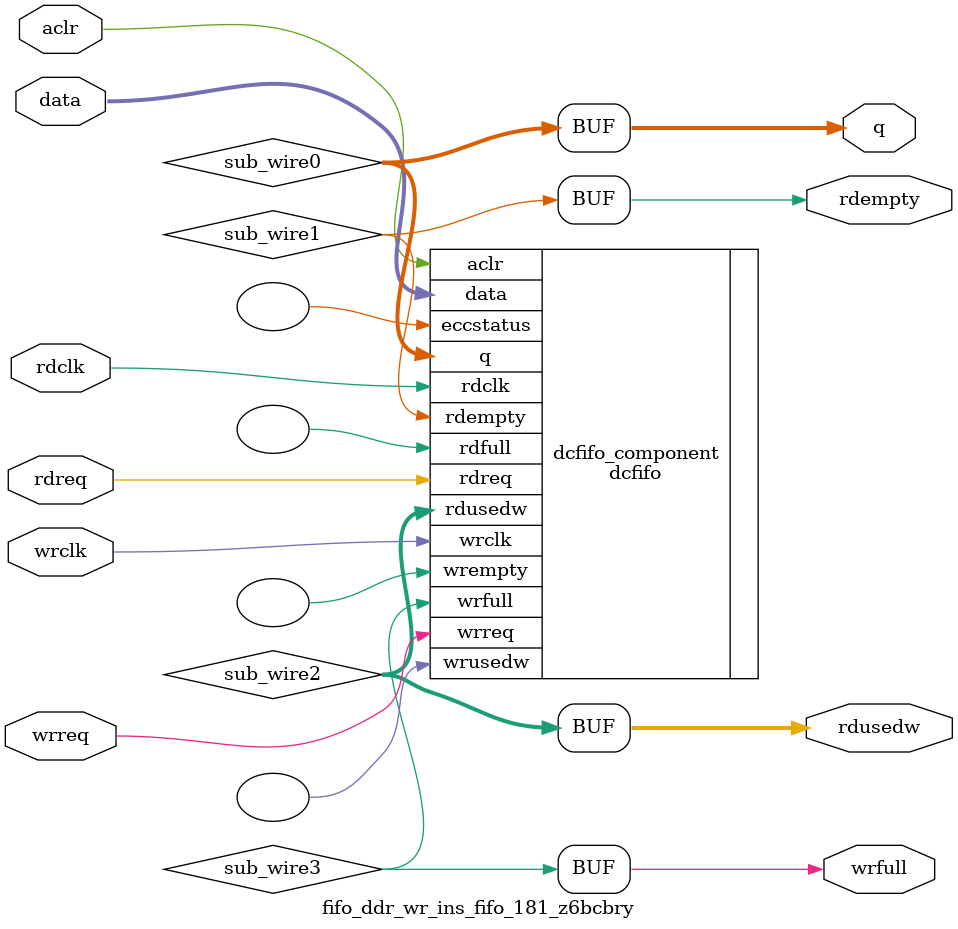
<source format=v>



`timescale 1 ps / 1 ps
// synopsys translate_on
module  fifo_ddr_wr_ins_fifo_181_z6bcbry  (
    aclr,
    data,
    rdclk,
    rdreq,
    wrclk,
    wrreq,
    q,
    rdempty,
    rdusedw,
    wrfull);

    input    aclr;
    input  [545:0]  data;
    input    rdclk;
    input    rdreq;
    input    wrclk;
    input    wrreq;
    output [545:0]  q;
    output   rdempty;
    output [6:0]  rdusedw;
    output   wrfull;
`ifndef ALTERA_RESERVED_QIS
// synopsys translate_off
`endif
    tri0     aclr;
`ifndef ALTERA_RESERVED_QIS
// synopsys translate_on
`endif

    wire [545:0] sub_wire0;
    wire  sub_wire1;
    wire [6:0] sub_wire2;
    wire  sub_wire3;
    wire [545:0] q = sub_wire0[545:0];
    wire  rdempty = sub_wire1;
    wire [6:0] rdusedw = sub_wire2[6:0];
    wire  wrfull = sub_wire3;

    dcfifo  dcfifo_component (
                .aclr (aclr),
                .data (data),
                .rdclk (rdclk),
                .rdreq (rdreq),
                .wrclk (wrclk),
                .wrreq (wrreq),
                .q (sub_wire0),
                .rdempty (sub_wire1),
                .rdusedw (sub_wire2),
                .wrfull (sub_wire3),
                .eccstatus (),
                .rdfull (),
                .wrempty (),
                .wrusedw ());
    defparam
        dcfifo_component.enable_ecc  = "FALSE",
        dcfifo_component.intended_device_family  = "Arria 10",
        dcfifo_component.lpm_hint  = "DISABLE_DCFIFO_EMBEDDED_TIMING_CONSTRAINT=TRUE",
        dcfifo_component.lpm_numwords  = 128,
        dcfifo_component.lpm_showahead  = "ON",
        dcfifo_component.lpm_type  = "dcfifo",
        dcfifo_component.lpm_width  = 546,
        dcfifo_component.lpm_widthu  = 7,
        dcfifo_component.overflow_checking  = "ON",
        dcfifo_component.rdsync_delaypipe  = 4,
        dcfifo_component.read_aclr_synch  = "OFF",
        dcfifo_component.underflow_checking  = "ON",
        dcfifo_component.use_eab  = "ON",
        dcfifo_component.write_aclr_synch  = "OFF",
        dcfifo_component.wrsync_delaypipe  = 4;


endmodule



</source>
